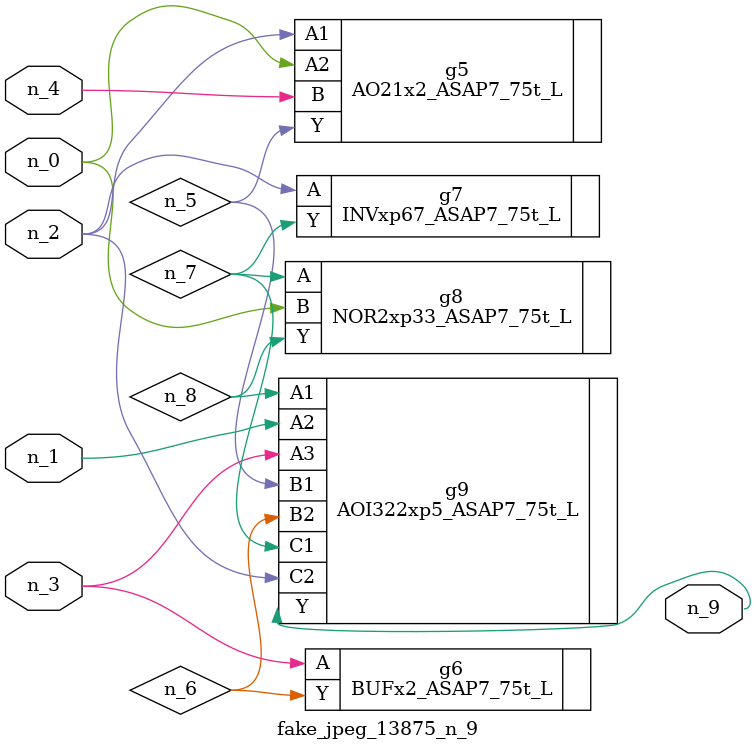
<source format=v>
module fake_jpeg_13875_n_9 (n_3, n_2, n_1, n_0, n_4, n_9);

input n_3;
input n_2;
input n_1;
input n_0;
input n_4;

output n_9;

wire n_8;
wire n_6;
wire n_5;
wire n_7;

AO21x2_ASAP7_75t_L g5 ( 
.A1(n_2),
.A2(n_0),
.B(n_4),
.Y(n_5)
);

BUFx2_ASAP7_75t_L g6 ( 
.A(n_3),
.Y(n_6)
);

INVxp67_ASAP7_75t_L g7 ( 
.A(n_2),
.Y(n_7)
);

NOR2xp33_ASAP7_75t_L g8 ( 
.A(n_7),
.B(n_0),
.Y(n_8)
);

AOI322xp5_ASAP7_75t_L g9 ( 
.A1(n_8),
.A2(n_1),
.A3(n_3),
.B1(n_5),
.B2(n_6),
.C1(n_7),
.C2(n_2),
.Y(n_9)
);


endmodule
</source>
